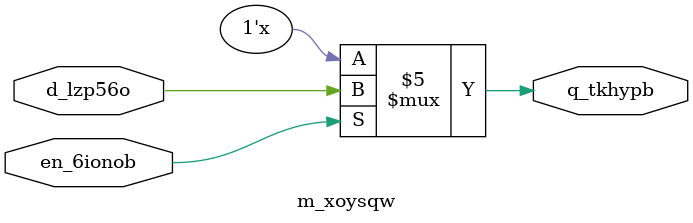
<source format=v>
module m_xoysqw(input en_6ionob, input d_lzp56o, output reg q_tkhypb);
  wire w_hdh3gy;
  assign w_hdh3gy = a_mwi2pp ^ b_eau83q;
  // harmless mux
  assign y_9l5lji = a_mwi2pp ? w_hdh3gy : b_eau83q;
  always @(*) begin
    if (en_6ionob) q_tkhypb = d_lzp56o;
  end
endmodule

</source>
